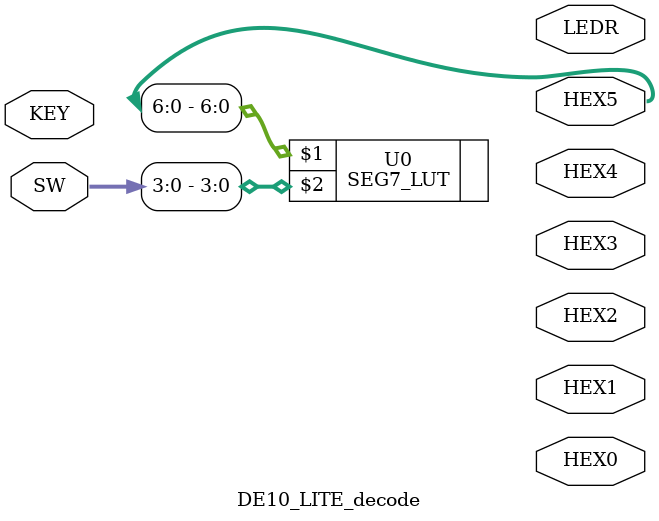
<source format=v>


module DE10_LITE_decode(

	//////////// SEG7 //////////
	output		     [7:0]		HEX0,
	output		     [7:0]		HEX1,
	output		     [7:0]		HEX2,
	output		     [7:0]		HEX3,
	output		     [7:0]		HEX4,
	output		     [7:0]		HEX5,

	//////////// KEY //////////
	input 		     [1:0]		KEY,

	//////////// LED //////////
	output		     [9:0]		LEDR,

	//////////// SW //////////
	input 		     [9:0]		SW
);



//=======================================================
//  REG/WIRE declarations
//=======================================================




//=======================================================
//  Structural coding
//=======================================================
SEG7_LUT U0 (HEX5[6:0], SW[3:0]);


endmodule

</source>
